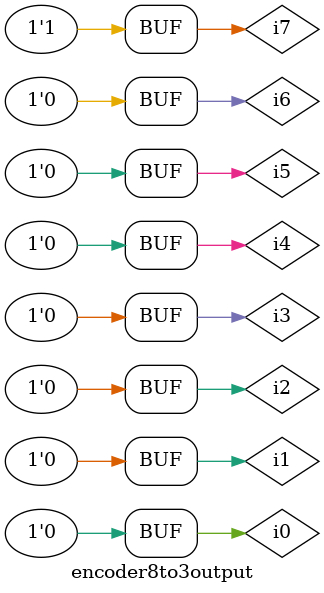
<source format=v>
`timescale 1ns / 1ps


module encoder8to3output;

	// Inputs
	reg i7;
	reg i6;
	reg i5;
	reg i4;
	reg i3;
	reg i2;
	reg i1;
	reg i0;

	// Outputs
	wire [2:0] y;

	// Instantiate the Unit Under Test (UUT)
	encoder8to3 uut (
		.i7(i7), 
		.i6(i6), 
		.i5(i5), 
		.i4(i4), 
		.i3(i3), 
		.i2(i2), 
		.i1(i1), 
		.i0(i0), 
		.y(y)
	);

	initial begin
		// Initialize Inputs
		i7 = 0;
		i6 = 0;
		i5 = 0;
		i4 = 0;
		i3 = 0;
		i2 = 0;
		i1 = 0;
		i0 = 1;
		#100;
		i7 = 0;
		i6 = 0;
		i5 = 0;
		i4 = 0;
		i3 = 0;
		i2 = 0;
		i1 = 1;
		i0 = 0;
		#100;
		i7 = 0;
		i6 = 0;
		i5 = 0;
		i4 = 0;
		i3 = 0;
		i2 = 1;
		i1 = 0;
		i0 = 0;
		#100;
		i7 = 0;
		i6 = 0;
		i5 = 0;
		i4 = 0;
		i3 = 1;
		i2 = 0;
		i1 = 0;
		i0 = 0;
		#100;
		i7 = 0;
		i6 = 0;
		i5 = 0;
		i4 = 1;
		i3 = 0;
		i2 = 0;
		i1 = 0;
		i0 = 0;
		#100;
		i7 = 0;
		i6 = 0;
		i5 = 1;
		i4 = 0;
		i3 = 0;
		i2 = 0;
		i1 = 0;
		i0 = 0;
		#100;
		i7 = 0;
		i6 = 1;
		i5 = 0;
		i4 = 0;
		i3 = 0;
		i2 = 0;
		i1 = 0;
		i0 = 0;
		#100;
		i7 = 1;
		i6 = 0;
		i5 = 0;
		i4 = 0;
		i3 = 0;
		i2 = 0;
		i1 = 0;
		i0 = 0;
		#100;
	end
      
endmodule



</source>
